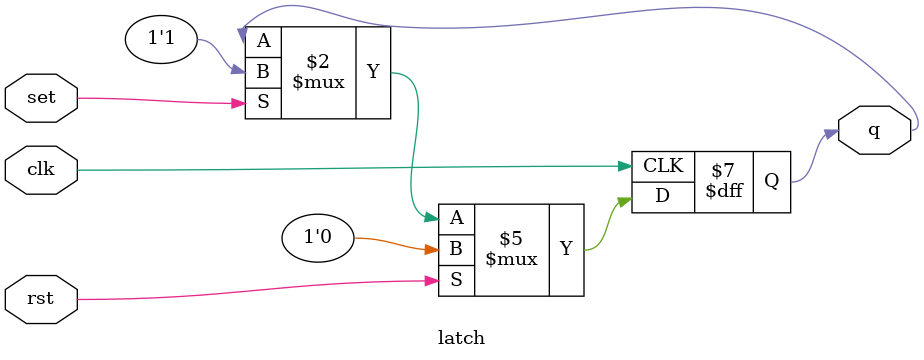
<source format=sv>
module latch (
    input  logic clk,
    input  logic rst,  // synchronous reset
    input  logic set,    // pulse this high to latch a 1
    output logic q       // latched output
);
    always_ff @(posedge clk) begin
        if (rst)
            q <= 1'b0;
        else if (set)
            q <= 1'b1;
    end
endmodule

</source>
